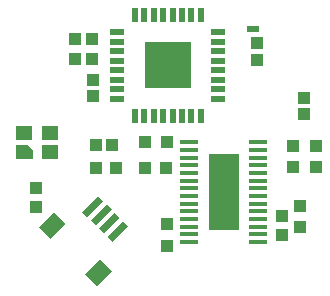
<source format=gtp>
G04 Layer: TopPasteMaskLayer*
G04 EasyEDA v6.3.53, 2020-12-20T20:36:17+08:00*
G04 c64323ac755740268967727d35aa34f5,c1f3c4082e0f4854a6dddf38f96dced1,10*
G04 Gerber Generator version 0.2*
G04 Scale: 100 percent, Rotated: No, Reflected: No *
G04 Dimensions in millimeters *
G04 leading zeros omitted , absolute positions ,3 integer and 3 decimal *
%FSLAX33Y33*%
%MOMM*%
G90*
G71D02*

%ADD16R,0.999998X0.499999*%
%ADD17R,0.999998X1.099998*%
%ADD18R,1.092200X0.990600*%
%ADD19R,1.099998X0.999998*%
%ADD20R,2.499995X6.500012*%
%ADD21R,1.599997X0.299999*%
%ADD22R,1.399997X1.150010*%
%ADD23R,3.999992X3.999992*%
%ADD24R,0.558800X1.270000*%
%ADD25R,1.270000X0.558800*%

%LPD*%
G54D16*
G01X21734Y24828D03*
G54D17*
G01X9824Y15000D03*
G01X8425Y15000D03*
G54D18*
G01X8391Y13051D03*
G01X10092Y13051D03*
G54D19*
G01X22046Y23617D03*
G01X22046Y22218D03*
G54D17*
G01X8083Y22319D03*
G01X6682Y22319D03*
G54D20*
G01X19238Y11009D03*
G54D21*
G01X22138Y15234D03*
G01X22138Y14584D03*
G01X22138Y13934D03*
G01X22138Y13284D03*
G01X22138Y12634D03*
G01X22138Y11984D03*
G01X22138Y11335D03*
G01X22138Y10685D03*
G01X22138Y10035D03*
G01X22138Y9385D03*
G01X22138Y8735D03*
G01X22138Y8085D03*
G01X22138Y7435D03*
G01X22138Y6785D03*
G01X16339Y6785D03*
G01X16339Y7435D03*
G01X16339Y8085D03*
G01X16339Y8735D03*
G01X16339Y9385D03*
G01X16339Y10035D03*
G01X16339Y10685D03*
G01X16339Y11335D03*
G01X16339Y11984D03*
G01X16339Y12634D03*
G01X16339Y13284D03*
G01X16339Y13934D03*
G01X16339Y14584D03*
G01X16339Y15234D03*
G54D22*
G01X4569Y16022D03*
G36*
G01X1669Y14996D02*
G01X2707Y14997D01*
G01X3069Y14618D01*
G01X3069Y13846D01*
G01X1669Y13846D01*
G01X1669Y14996D01*
G37*
G01X2369Y16022D03*
G01X4569Y14421D03*
G54D19*
G01X26051Y17628D03*
G01X26051Y19028D03*
G01X8157Y20541D03*
G01X8157Y19141D03*
G54D17*
G01X6669Y23996D03*
G01X8069Y23996D03*
G54D23*
G01X14507Y21746D03*
G54D24*
G01X11707Y26039D03*
G01X12507Y26039D03*
G01X13308Y26039D03*
G01X14107Y26039D03*
G01X14908Y26039D03*
G01X15707Y26039D03*
G01X16507Y26039D03*
G01X17308Y26039D03*
G54D25*
G01X18800Y24547D03*
G01X18800Y23746D03*
G01X18800Y22946D03*
G01X18800Y22147D03*
G01X18800Y21346D03*
G01X18800Y20547D03*
G01X18800Y19746D03*
G01X18800Y18946D03*
G54D24*
G01X17308Y17454D03*
G01X16507Y17454D03*
G01X15707Y17454D03*
G01X14908Y17454D03*
G01X14107Y17454D03*
G01X13308Y17454D03*
G01X12507Y17454D03*
G01X11707Y17454D03*
G54D25*
G01X10215Y18946D03*
G01X10215Y19746D03*
G01X10215Y20547D03*
G01X10215Y21346D03*
G01X10215Y22147D03*
G01X10215Y22946D03*
G01X10215Y23746D03*
G01X10215Y24547D03*
G36*
G01X4844Y9324D02*
G01X5834Y8334D01*
G01X4561Y7061D01*
G01X3571Y8051D01*
G01X4844Y9324D01*
G37*
G36*
G01X8627Y10702D02*
G01X9052Y10278D01*
G01X7708Y8935D01*
G01X7284Y9359D01*
G01X8627Y10702D01*
G37*
G36*
G01X9334Y9995D02*
G01X9759Y9571D01*
G01X8415Y8227D01*
G01X7991Y8652D01*
G01X9334Y9995D01*
G37*
G36*
G01X10041Y9288D02*
G01X10466Y8864D01*
G01X9122Y7520D01*
G01X8698Y7945D01*
G01X10041Y9288D01*
G37*
G36*
G01X10749Y8581D02*
G01X11173Y8157D01*
G01X9829Y6813D01*
G01X9405Y7238D01*
G01X10749Y8581D01*
G37*
G36*
G01X8804Y5364D02*
G01X9794Y4374D01*
G01X8521Y3101D01*
G01X7531Y4091D01*
G01X8804Y5364D01*
G37*
G54D19*
G01X14403Y6483D03*
G01X14403Y8283D03*
G01X25687Y8082D03*
G01X25687Y9882D03*
G54D17*
G01X12618Y15261D03*
G01X14419Y15261D03*
G01X14354Y13051D03*
G01X12553Y13051D03*
G54D19*
G01X24139Y8976D03*
G01X24139Y7376D03*
G01X3366Y11368D03*
G01X3366Y9768D03*
G01X25127Y14951D03*
G01X25127Y13151D03*
G01X27077Y13113D03*
G01X27077Y14913D03*
M00*
M02*

</source>
